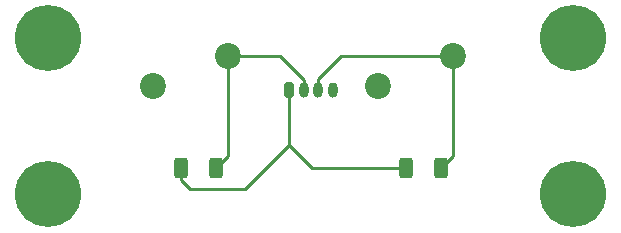
<source format=gbr>
%TF.GenerationSoftware,KiCad,Pcbnew,(7.0.0)*%
%TF.CreationDate,2023-02-21T01:36:48-05:00*%
%TF.ProjectId,Desk Panel,4465736b-2050-4616-9e65-6c2e6b696361,rev?*%
%TF.SameCoordinates,Original*%
%TF.FileFunction,Copper,L2,Bot*%
%TF.FilePolarity,Positive*%
%FSLAX46Y46*%
G04 Gerber Fmt 4.6, Leading zero omitted, Abs format (unit mm)*
G04 Created by KiCad (PCBNEW (7.0.0)) date 2023-02-21 01:36:48*
%MOMM*%
%LPD*%
G01*
G04 APERTURE LIST*
G04 Aperture macros list*
%AMRoundRect*
0 Rectangle with rounded corners*
0 $1 Rounding radius*
0 $2 $3 $4 $5 $6 $7 $8 $9 X,Y pos of 4 corners*
0 Add a 4 corners polygon primitive as box body*
4,1,4,$2,$3,$4,$5,$6,$7,$8,$9,$2,$3,0*
0 Add four circle primitives for the rounded corners*
1,1,$1+$1,$2,$3*
1,1,$1+$1,$4,$5*
1,1,$1+$1,$6,$7*
1,1,$1+$1,$8,$9*
0 Add four rect primitives between the rounded corners*
20,1,$1+$1,$2,$3,$4,$5,0*
20,1,$1+$1,$4,$5,$6,$7,0*
20,1,$1+$1,$6,$7,$8,$9,0*
20,1,$1+$1,$8,$9,$2,$3,0*%
G04 Aperture macros list end*
%TA.AperFunction,ComponentPad*%
%ADD10RoundRect,0.200000X-0.200000X-0.450000X0.200000X-0.450000X0.200000X0.450000X-0.200000X0.450000X0*%
%TD*%
%TA.AperFunction,ComponentPad*%
%ADD11O,0.800000X1.300000*%
%TD*%
%TA.AperFunction,ComponentPad*%
%ADD12C,3.600000*%
%TD*%
%TA.AperFunction,ConnectorPad*%
%ADD13C,5.600000*%
%TD*%
%TA.AperFunction,ComponentPad*%
%ADD14C,2.200000*%
%TD*%
%TA.AperFunction,SMDPad,CuDef*%
%ADD15RoundRect,0.250000X-0.312500X-0.625000X0.312500X-0.625000X0.312500X0.625000X-0.312500X0.625000X0*%
%TD*%
%TA.AperFunction,Conductor*%
%ADD16C,0.250000*%
%TD*%
G04 APERTURE END LIST*
D10*
%TO.P,Molex2,1,Pin_1*%
%TO.N,+3V3*%
X142800000Y-97350000D03*
D11*
%TO.P,Molex2,2,Pin_2*%
%TO.N,UP*%
X144049999Y-97349999D03*
%TO.P,Molex2,3,Pin_3*%
%TO.N,DOWN*%
X145299999Y-97349999D03*
%TO.P,Molex2,4,Pin_4*%
%TO.N,GND*%
X146549999Y-97349999D03*
%TD*%
D12*
%TO.P,REF\u002A\u002A,1*%
%TO.N,N/C*%
X122400000Y-106150000D03*
D13*
X122400000Y-106150000D03*
%TD*%
D14*
%TO.P,DOWN,1,1*%
%TO.N,DOWN*%
X156740000Y-94470000D03*
%TO.P,DOWN,2,2*%
%TO.N,GND*%
X150390000Y-97010000D03*
%TD*%
D12*
%TO.P,,1*%
%TO.N,N/C*%
X122400000Y-106150000D03*
%TD*%
%TO.P,REF\u002A\u002A,1*%
%TO.N,N/C*%
X166900000Y-92950000D03*
D13*
X166900000Y-92950000D03*
%TD*%
D12*
%TO.P,REF\u002A\u002A,1*%
%TO.N,N/C*%
X122400000Y-92950000D03*
D13*
X122400000Y-92950000D03*
%TD*%
D14*
%TO.P,UP,1,1*%
%TO.N,UP*%
X137660000Y-94470000D03*
%TO.P,UP,2,2*%
%TO.N,GND*%
X131310000Y-97010000D03*
%TD*%
D12*
%TO.P,REF\u002A\u002A,1*%
%TO.N,N/C*%
X166900000Y-106150000D03*
D13*
X166900000Y-106150000D03*
%TD*%
D12*
%TO.P,,1*%
%TO.N,N/C*%
X166900000Y-92950000D03*
%TD*%
%TO.P,,1*%
%TO.N,N/C*%
X166900000Y-106150000D03*
%TD*%
D15*
%TO.P,R4,1*%
%TO.N,+3V3*%
X152737500Y-103950000D03*
%TO.P,R4,2*%
%TO.N,DOWN*%
X155662500Y-103950000D03*
%TD*%
%TO.P,R3,1*%
%TO.N,+3V3*%
X133675000Y-103950000D03*
%TO.P,R3,2*%
%TO.N,UP*%
X136600000Y-103950000D03*
%TD*%
D16*
%TO.N,UP*%
X144050000Y-96450000D02*
X144050000Y-97350000D01*
X142070000Y-94470000D02*
X144050000Y-96450000D01*
X137660000Y-94470000D02*
X142070000Y-94470000D01*
%TO.N,DOWN*%
X145300000Y-96400000D02*
X145300000Y-97350000D01*
X156740000Y-94470000D02*
X147230000Y-94470000D01*
X147230000Y-94470000D02*
X145300000Y-96400000D01*
%TO.N,+3V3*%
X139100000Y-105700000D02*
X142800000Y-102000000D01*
X134400000Y-105700000D02*
X139100000Y-105700000D01*
X133675000Y-104975000D02*
X134400000Y-105700000D01*
X133675000Y-103950000D02*
X133675000Y-104975000D01*
X142800000Y-102000000D02*
X142800000Y-101500000D01*
X152737500Y-103950000D02*
X144750000Y-103950000D01*
X144750000Y-103950000D02*
X142800000Y-102000000D01*
X142800000Y-101500000D02*
X142800000Y-97350000D01*
%TO.N,DOWN*%
X156740000Y-102872500D02*
X155662500Y-103950000D01*
X156740000Y-94470000D02*
X156740000Y-102872500D01*
%TO.N,UP*%
X137660000Y-102890000D02*
X136600000Y-103950000D01*
X137660000Y-94470000D02*
X137660000Y-102890000D01*
%TD*%
M02*

</source>
